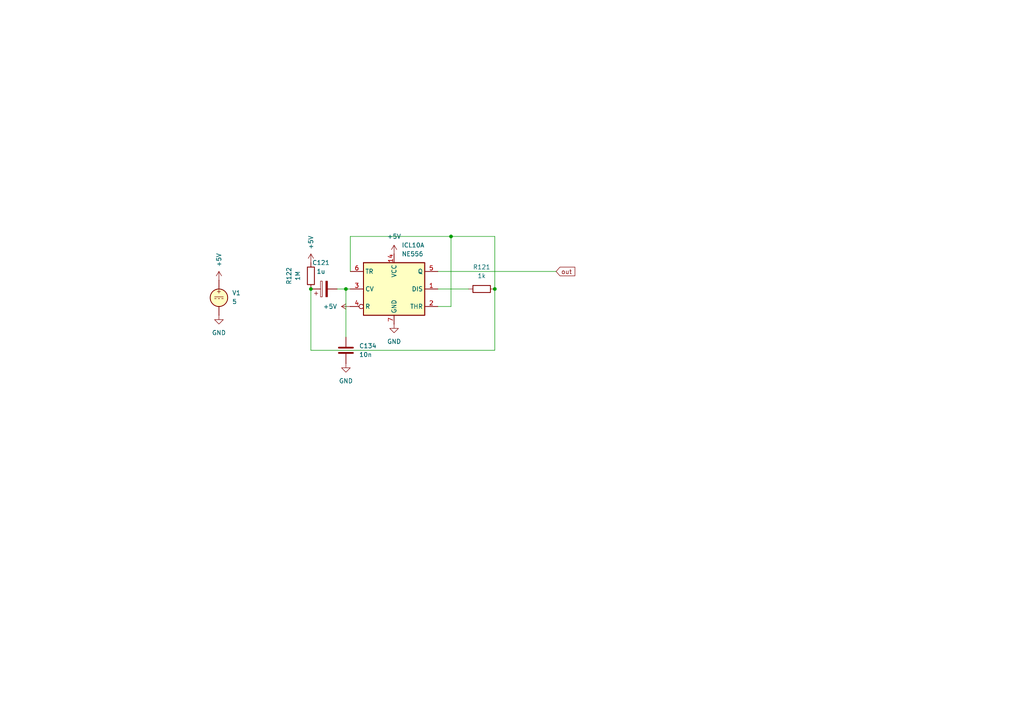
<source format=kicad_sch>
(kicad_sch (version 20250114) (generator "eeschema") (generator_version "9.0")
  (paper "A4")
  (lib_symbols
    (symbol "Device:C" (pin_numbers (hide yes)) (pin_names (offset 0.254))
      (property "Reference" "C" (at 0.635 2.54 0))
      (property "Value" "C" (at 0.635 -2.54 0))
      (symbol "C_0_1"
        (polyline (pts (xy -2.032 0.762) (xy 2.032 0.762)) (stroke (width 0.508)))
        (polyline (pts (xy -2.032 -0.762) (xy 2.032 -0.762)) (stroke (width 0.508)))
      )
      (symbol "C_1_1"
        (pin passive line (at 0 3.81 270) (length 2.794) (name "~") (number "1"))
        (pin passive line (at 0 -3.81 90) (length 2.794) (name "~") (number "2"))
      )
    )
    (symbol "Device:C_Polarized" (pin_numbers (hide yes)) (pin_names (offset 0.254))
      (property "Reference" "C" (at 0.635 2.54 0))
      (property "Value" "C_Polarized" (at 0.635 -2.54 0))
      (symbol "C_Polarized_0_1"
        (rectangle (start -2.286 0.508) (end 2.286 1.016))
        (polyline (pts (xy -1.778 2.286) (xy -0.762 2.286)))
        (polyline (pts (xy -1.27 2.794) (xy -1.27 1.778)))
        (rectangle (start 2.286 -0.508) (end -2.286 -1.016) (fill (type outline)))
      )
      (symbol "C_Polarized_1_1"
        (pin passive line (at 0 3.81 270) (length 2.794) (name "~") (number "1"))
        (pin passive line (at 0 -3.81 90) (length 2.794) (name "~") (number "2"))
      )
    )
    (symbol "Device:R" (pin_numbers (hide yes)) (pin_names (offset 0))
      (property "Reference" "R" (at 2.032 0 90))
      (property "Value" "R" (at 0 0 90))
      (symbol "R_0_1"
        (rectangle (start -1.016 -2.54) (end 1.016 2.54) (stroke (width 0.254)))
      )
      (symbol "R_1_1"
        (pin passive line (at 0 3.81 270) (length 1.27) (name "~") (number "1"))
        (pin passive line (at 0 -3.81 90) (length 1.27) (name "~") (number "2"))
      )
    )
    (symbol "Simulation_SPICE:VDC" (pin_numbers (hide yes)) (pin_names (offset 0.0254))
      (property "Reference" "V" (at 2.54 2.54 0))
      (property "Value" "1" (at 2.54 0 0))
      (symbol "VDC_0_0"
        (polyline (pts (xy -1.27 0.254) (xy 1.27 0.254)))
        (polyline (pts (xy -0.762 -0.254) (xy -1.27 -0.254)))
        (polyline (pts (xy 0.254 -0.254) (xy -0.254 -0.254)))
        (polyline (pts (xy 1.27 -0.254) (xy 0.762 -0.254)))
        (text "+" (at 0 1.905 0) (effects (font (size 1.27 1.27))))
      )
      (symbol "VDC_0_1"
        (circle (center 0 0) (radius 2.54) (stroke (width 0.254)) (fill (type background)))
      )
      (symbol "VDC_1_1"
        (pin passive line (at 0 5.08 270) (length 2.54) (name "~") (number "1"))
        (pin passive line (at 0 -5.08 90) (length 2.54) (name "~") (number "2"))
      )
    )
    (symbol "Timer:NE556"
      (property "Reference" "U" (at -10.16 8.89 0))
      (property "Value" "NE556" (at -10.16 -8.89 0))
      (symbol "NE556_0_0"
        (pin power_in line (at 0 10.16 270) (length 2.54) (name "VCC") (number "14"))
        (pin power_in line (at 0 -10.16 90) (length 2.54) (name "GND") (number "7"))
      )
      (symbol "NE556_0_1"
        (rectangle (start -8.89 -7.62) (end 8.89 7.62) (stroke (width 0.254)) (fill (type background)))
        (rectangle (start -8.89 -7.62) (end 8.89 7.62) (stroke (width 0.254)) (fill (type background)))
      )
      (symbol "NE556_1_1"
        (pin input line (at -12.7 5.08 0) (length 3.81) (name "TR") (number "6"))
        (pin input line (at -12.7 0 0) (length 3.81) (name "CV") (number "3"))
        (pin input inverted (at -12.7 -5.08 0) (length 3.81) (name "R") (number "4"))
        (pin output line (at 12.7 5.08 180) (length 3.81) (name "Q") (number "5"))
        (pin input line (at 12.7 0 180) (length 3.81) (name "DIS") (number "1"))
        (pin input line (at 12.7 -5.08 180) (length 3.81) (name "THR") (number "2"))
      )
      (symbol "NE556_2_1"
        (pin input line (at -12.7 5.08 0) (length 3.81) (name "TR") (number "8"))
        (pin input line (at -12.7 0 0) (length 3.81) (name "CV") (number "11"))
        (pin input inverted (at -12.7 -5.08 0) (length 3.81) (name "R") (number "10"))
        (pin output line (at 12.7 5.08 180) (length 3.81) (name "Q") (number "9"))
        (pin input line (at 12.7 0 180) (length 3.81) (name "DIS") (number "13"))
        (pin input line (at 12.7 -5.08 180) (length 3.81) (name "THR") (number "12"))
      )
    )
    (symbol "power:+5V" (power) (pin_numbers (hide yes)) (pin_names (offset 0) (hide yes))
      (property "Value" "+5V" (at 0 3.556 0))
      (symbol "+5V_0_1"
        (polyline (pts (xy -0.762 1.27) (xy 0 2.54)))
        (polyline (pts (xy 0 2.54) (xy 0.762 1.27)))
        (polyline (pts (xy 0 0) (xy 0 2.54)))
      )
      (symbol "+5V_1_1"
        (pin power_in line (at 0 0 90) (length 0) (name "~") (number "1"))
      )
    )
    (symbol "power:GND" (power) (pin_numbers (hide yes)) (pin_names (offset 0) (hide yes))
      (property "Value" "GND" (at 0 -3.81 0))
      (symbol "GND_0_1"
        (polyline (pts (xy 0 0) (xy 0 -1.27) (xy 1.27 -1.27) (xy 0 -2.54) (xy -1.27 -1.27) (xy 0 -1.27)))
      )
      (symbol "GND_1_1"
        (pin power_in line (at 0 0 270) (length 0) (name "~") (number "1"))
      )
    )
  )
  (junction (at 90.17 83.82))
  (junction (at 130.81 68.58))
  (junction (at 100.33 83.82))
  (junction (at 143.51 83.82))
  (wire (pts (xy 97.79 83.82) (xy 100.33 83.82)))
  (wire (pts (xy 130.81 68.58) (xy 101.6 68.58)))
  (wire (pts (xy 90.17 101.6) (xy 90.17 83.82)))
  (wire (pts (xy 100.33 83.82) (xy 100.33 97.79)))
  (wire (pts (xy 143.51 83.82) (xy 143.51 68.58)))
  (wire (pts (xy 143.51 68.58) (xy 130.81 68.58)))
  (wire (pts (xy 143.51 83.82) (xy 143.51 101.6)))
  (wire (pts (xy 127 88.9) (xy 130.81 88.9)))
  (wire (pts (xy 127 78.74) (xy 161.29 78.74)))
  (wire (pts (xy 130.81 88.9) (xy 130.81 68.58)))
  (wire (pts (xy 143.51 101.6) (xy 90.17 101.6)))
  (wire (pts (xy 127 83.82) (xy 135.89 83.82)))
  (wire (pts (xy 100.33 83.82) (xy 101.6 83.82)))
  (wire (pts (xy 101.6 68.58) (xy 101.6 78.74)))
  (global_label "out" (shape input) (at 161.29 78.74 0) (property "Intersheetrefs" "${INTERSHEET_REFS}" (effects (hide yes))))
  (symbol (lib_id "Device:R") (at 90.17 80.01 0) (mirror y) (unit 1)
    (property "Reference" "R122" (at 83.82 80.01 90))
    (property "Value" "1M" (at 86.36 80.01 90))
    (property "Footprint" "Resistor_THT:R_Axial_DIN0207_L6.3mm_D2.5mm_P10.16mm_Horizontal" (effects (hide yes)))
    (property "Description" "Resistor" (effects (hide yes)))
  )
  (symbol (lib_id "power:GND") (at 100.33 105.41 0) (unit 1)
    (property "Reference" "#PWR0314" (effects (hide yes)))
    (property "Value" "GND" (at 100.33 110.49 0))
    (property "Description" "Power symbol creates a global label with name \"GND\" , ground" (effects (hide yes)))
  )
  (symbol (lib_id "power:+5V") (at 114.3 73.66 0) (unit 1)
    (property "Reference" "#PWR0360" (effects (hide yes)))
    (property "Value" "+5V" (at 114.3 68.58 0))
    (property "Description" "Power symbol creates a global label with name \"+5V\"" (effects (hide yes)))
  )
  (symbol (lib_id "power:GND") (at 114.3 93.98 0) (unit 1)
    (property "Reference" "#PWR054" (effects (hide yes)))
    (property "Value" "GND" (at 114.3 99.06 0))
    (property "Description" "Power symbol creates a global label with name \"GND\" , ground" (effects (hide yes)))
  )
  (symbol (lib_id "Device:R") (at 139.7 83.82 90) (unit 1)
    (property "Reference" "R121" (at 139.7 77.47 90))
    (property "Value" "1k" (at 139.7 80.01 90))
    (property "Footprint" "Resistor_THT:R_Axial_DIN0207_L6.3mm_D2.5mm_P10.16mm_Horizontal" (effects (hide yes)))
    (property "Description" "Resistor" (effects (hide yes)))
  )
  (symbol (lib_id "power:GND") (at 63.5 91.44 0) (unit 1)
    (property "Reference" "#PWR02" (effects (hide yes)))
    (property "Value" "GND" (at 63.5 96.52 0))
    (property "Description" "Power symbol creates a global label with name \"GND\" , ground" (effects (hide yes)))
  )
  (symbol (lib_id "power:+5V") (at 101.6 88.9 90) (unit 1)
    (property "Reference" "#PWR0486" (effects (hide yes)))
    (property "Value" "+5V" (at 97.79 88.8999 90) (effects (justify left)))
    (property "Description" "Power symbol creates a global label with name \"+5V\"" (effects (hide yes)))
  )
  (symbol (lib_id "power:+5V") (at 63.5 81.28 0) (mirror y) (unit 1)
    (property "Reference" "#PWR01" (effects (hide yes)))
    (property "Value" "+5V" (at 63.4999 77.47 90) (effects (justify left)))
    (property "Description" "Power symbol creates a global label with name \"+5V\"" (effects (hide yes)))
  )
  (symbol (lib_id "power:+5V") (at 90.17 76.2 0) (mirror y) (unit 1)
    (property "Reference" "#PWR0361" (effects (hide yes)))
    (property "Value" "+5V" (at 90.1699 72.39 90) (effects (justify left)))
    (property "Description" "Power symbol creates a global label with name \"+5V\"" (effects (hide yes)))
  )
  (symbol (lib_id "Device:C") (at 100.33 101.6 180) (unit 1)
    (property "Reference" "C134" (at 104.14 100.3299 0) (effects (justify right)))
    (property "Value" "10n" (at 104.14 102.8699 0) (effects (justify right)))
    (property "Footprint" "Capacitor_THT:CP_Radial_Tantal_D4.5mm_P5.00mm" (effects (hide yes)))
    (property "Description" "Unpolarized capacitor" (effects (hide yes)))
  )
  (symbol (lib_id "Simulation_SPICE:VDC") (at 63.5 86.36 0) (unit 1)
    (property "Reference" "V1" (at 67.31 84.9601 0) (effects (justify left)))
    (property "Value" "5" (at 67.31 87.5001 0) (effects (justify left)))
    (property "Datasheet" "https://ngspice.sourceforge.io/docs/ngspice-html-manual/manual.xhtml#sec_Independent_Sources_for" (effects (hide yes)))
    (property "Description" "Voltage source, DC" (effects (hide yes)))
    (property "Sim.Pins" "1=+ 2=-" (effects (hide yes)))
    (property "Sim.Type" "DC" (effects (hide yes)))
    (property "Sim.Device" "V" (effects (hide yes)))
  )
  (symbol (lib_id "Device:C_Polarized") (at 93.98 83.82 90) (unit 1)
    (property "Reference" "C121" (at 93.091 76.2 90))
    (property "Value" "1u" (at 93.091 78.74 90))
    (property "Footprint" "Capacitor_THT:C_Rect_L7.0mm_W2.5mm_P5.00mm" (effects (hide yes)))
    (property "Description" "Polarized capacitor" (effects (hide yes)))
  )
  (symbol (lib_id "Timer:NE556") (at 114.3 83.82 0) (unit 1)
    (property "Reference" "ICL10" (at 116.4941 71.12 0) (effects (justify left)))
    (property "Value" "NE556" (at 116.4941 73.66 0) (effects (justify left)))
    (property "Footprint" "Package_DIP:DIP-14_W7.62mm" (effects (hide yes)))
    (property "Datasheet" "http://www.ti.com/lit/ds/symlink/ne556.pdf" (effects (hide yes)))
    (property "Description" "Dual Precision Timers, DIP-14/SOIC-14" (effects (hide yes)))
    (property "Sim.Library" "/home/stoned/Downloads/NE555.lib" (effects (hide yes)))
    (property "Sim.Name" "NE555" (effects (hide yes)))
    (property "Sim.Device" "SUBCKT" (effects (hide yes)))
    (property "Sim.Pins" "1=7 2=6 3=5 4=4 5=3 6=2 7=1 14=8" (effects (hide yes)))
  )
)
</source>
